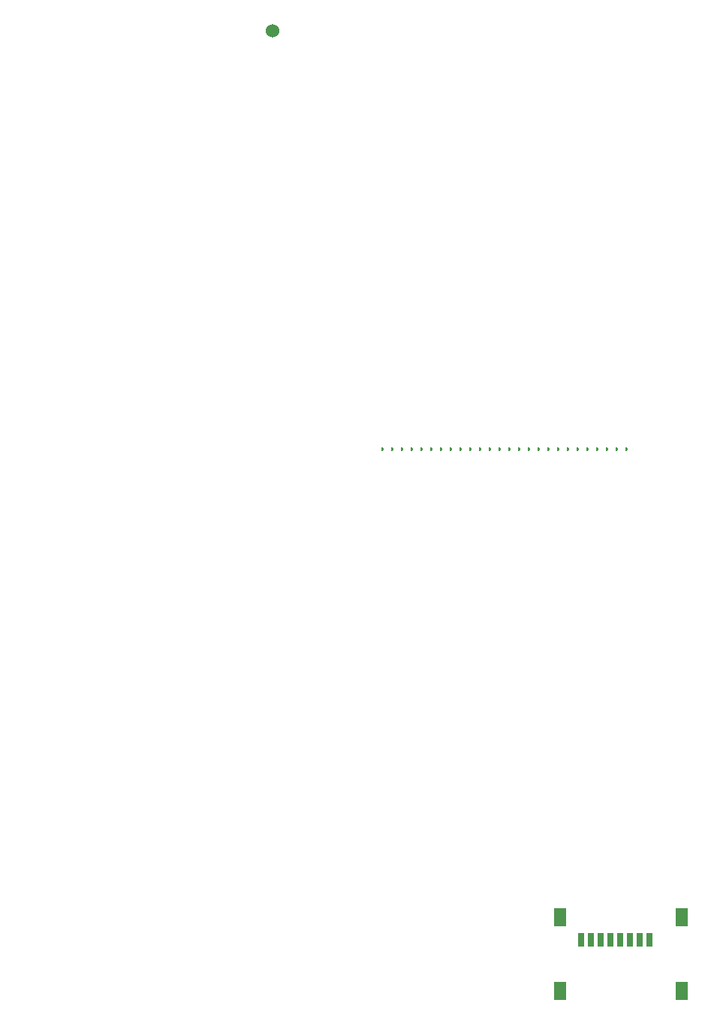
<source format=gbp>
G04 #@! TF.GenerationSoftware,KiCad,Pcbnew,(5.99.0-11247-g3f6811f413)*
G04 #@! TF.CreationDate,2021-08-17T18:14:15+03:00*
G04 #@! TF.ProjectId,hellen88bmw,68656c6c-656e-4383-9862-6d772e6b6963,rev?*
G04 #@! TF.SameCoordinates,PX3d1b110PY9269338*
G04 #@! TF.FileFunction,Paste,Bot*
G04 #@! TF.FilePolarity,Positive*
%FSLAX46Y46*%
G04 Gerber Fmt 4.6, Leading zero omitted, Abs format (unit mm)*
G04 Created by KiCad (PCBNEW (5.99.0-11247-g3f6811f413)) date 2021-08-17 18:14:15*
%MOMM*%
%LPD*%
G01*
G04 APERTURE LIST*
%ADD10C,1.524000*%
%ADD11O,0.000001X0.000001*%
%ADD12R,0.800000X1.500000*%
%ADD13R,1.450000X2.000000*%
G04 APERTURE END LIST*
D10*
G04 #@! TO.C,PP1*
X74892400Y112356400D03*
G04 #@! TD*
G04 #@! TO.C,M7*
G36*
G01*
X114671000Y65148000D02*
X114671000Y65398000D01*
G75*
G02*
X114796000Y65523000I125000J0D01*
G01*
X114796000Y65523000D01*
G75*
G02*
X114921000Y65398000I0J-125000D01*
G01*
X114921000Y65148000D01*
G75*
G02*
X114796000Y65023000I-125000J0D01*
G01*
X114796000Y65023000D01*
G75*
G02*
X114671000Y65148000I0J125000D01*
G01*
G37*
G36*
G01*
X113820996Y65398000D02*
X113820996Y65148000D01*
G75*
G02*
X113695996Y65023000I-125000J0D01*
G01*
X113695996Y65023000D01*
G75*
G02*
X113570996Y65148000I0J125000D01*
G01*
X113570996Y65398000D01*
G75*
G02*
X113695996Y65523000I125000J0D01*
G01*
X113695996Y65523000D01*
G75*
G02*
X113820996Y65398000I0J-125000D01*
G01*
G37*
G36*
G01*
X112720995Y65398000D02*
X112720995Y65148000D01*
G75*
G02*
X112595995Y65023000I-125000J0D01*
G01*
X112595995Y65023000D01*
G75*
G02*
X112470995Y65148000I0J125000D01*
G01*
X112470995Y65398000D01*
G75*
G02*
X112595995Y65523000I125000J0D01*
G01*
X112595995Y65523000D01*
G75*
G02*
X112720995Y65398000I0J-125000D01*
G01*
G37*
G36*
G01*
X111620998Y65398000D02*
X111620998Y65148000D01*
G75*
G02*
X111495998Y65023000I-125000J0D01*
G01*
X111495998Y65023000D01*
G75*
G02*
X111370998Y65148000I0J125000D01*
G01*
X111370998Y65398000D01*
G75*
G02*
X111495998Y65523000I125000J0D01*
G01*
X111495998Y65523000D01*
G75*
G02*
X111620998Y65398000I0J-125000D01*
G01*
G37*
G36*
G01*
X110521000Y65398000D02*
X110521000Y65148000D01*
G75*
G02*
X110396000Y65023000I-125000J0D01*
G01*
X110396000Y65023000D01*
G75*
G02*
X110271000Y65148000I0J125000D01*
G01*
X110271000Y65398000D01*
G75*
G02*
X110396000Y65523000I125000J0D01*
G01*
X110396000Y65523000D01*
G75*
G02*
X110521000Y65398000I0J-125000D01*
G01*
G37*
G36*
G01*
X109421002Y65398000D02*
X109421002Y65148000D01*
G75*
G02*
X109296002Y65023000I-125000J0D01*
G01*
X109296002Y65023000D01*
G75*
G02*
X109171002Y65148000I0J125000D01*
G01*
X109171002Y65398000D01*
G75*
G02*
X109296002Y65523000I125000J0D01*
G01*
X109296002Y65523000D01*
G75*
G02*
X109421002Y65398000I0J-125000D01*
G01*
G37*
G36*
G01*
X108321004Y65398000D02*
X108321004Y65148000D01*
G75*
G02*
X108196004Y65023000I-125000J0D01*
G01*
X108196004Y65023000D01*
G75*
G02*
X108071004Y65148000I0J125000D01*
G01*
X108071004Y65398000D01*
G75*
G02*
X108196004Y65523000I125000J0D01*
G01*
X108196004Y65523000D01*
G75*
G02*
X108321004Y65398000I0J-125000D01*
G01*
G37*
G36*
G01*
X107221006Y65398000D02*
X107221006Y65148000D01*
G75*
G02*
X107096006Y65023000I-125000J0D01*
G01*
X107096006Y65023000D01*
G75*
G02*
X106971006Y65148000I0J125000D01*
G01*
X106971006Y65398000D01*
G75*
G02*
X107096006Y65523000I125000J0D01*
G01*
X107096006Y65523000D01*
G75*
G02*
X107221006Y65398000I0J-125000D01*
G01*
G37*
G36*
G01*
X106121009Y65398000D02*
X106121009Y65148000D01*
G75*
G02*
X105996009Y65023000I-125000J0D01*
G01*
X105996009Y65023000D01*
G75*
G02*
X105871009Y65148000I0J125000D01*
G01*
X105871009Y65398000D01*
G75*
G02*
X105996009Y65523000I125000J0D01*
G01*
X105996009Y65523000D01*
G75*
G02*
X106121009Y65398000I0J-125000D01*
G01*
G37*
G36*
G01*
X105021011Y65398000D02*
X105021011Y65148000D01*
G75*
G02*
X104896011Y65023000I-125000J0D01*
G01*
X104896011Y65023000D01*
G75*
G02*
X104771011Y65148000I0J125000D01*
G01*
X104771011Y65398000D01*
G75*
G02*
X104896011Y65523000I125000J0D01*
G01*
X104896011Y65523000D01*
G75*
G02*
X105021011Y65398000I0J-125000D01*
G01*
G37*
G36*
G01*
X103921013Y65398000D02*
X103921013Y65148000D01*
G75*
G02*
X103796013Y65023000I-125000J0D01*
G01*
X103796013Y65023000D01*
G75*
G02*
X103671013Y65148000I0J125000D01*
G01*
X103671013Y65398000D01*
G75*
G02*
X103796013Y65523000I125000J0D01*
G01*
X103796013Y65523000D01*
G75*
G02*
X103921013Y65398000I0J-125000D01*
G01*
G37*
G36*
G01*
X102821015Y65398000D02*
X102821015Y65148000D01*
G75*
G02*
X102696015Y65023000I-125000J0D01*
G01*
X102696015Y65023000D01*
G75*
G02*
X102571015Y65148000I0J125000D01*
G01*
X102571015Y65398000D01*
G75*
G02*
X102696015Y65523000I125000J0D01*
G01*
X102696015Y65523000D01*
G75*
G02*
X102821015Y65398000I0J-125000D01*
G01*
G37*
G36*
G01*
X101721017Y65398000D02*
X101721017Y65148000D01*
G75*
G02*
X101596017Y65023000I-125000J0D01*
G01*
X101596017Y65023000D01*
G75*
G02*
X101471017Y65148000I0J125000D01*
G01*
X101471017Y65398000D01*
G75*
G02*
X101596017Y65523000I125000J0D01*
G01*
X101596017Y65523000D01*
G75*
G02*
X101721017Y65398000I0J-125000D01*
G01*
G37*
G36*
G01*
X100621020Y65398000D02*
X100621020Y65148000D01*
G75*
G02*
X100496020Y65023000I-125000J0D01*
G01*
X100496020Y65023000D01*
G75*
G02*
X100371020Y65148000I0J125000D01*
G01*
X100371020Y65398000D01*
G75*
G02*
X100496020Y65523000I125000J0D01*
G01*
X100496020Y65523000D01*
G75*
G02*
X100621020Y65398000I0J-125000D01*
G01*
G37*
G36*
G01*
X99521022Y65398000D02*
X99521022Y65148000D01*
G75*
G02*
X99396022Y65023000I-125000J0D01*
G01*
X99396022Y65023000D01*
G75*
G02*
X99271022Y65148000I0J125000D01*
G01*
X99271022Y65398000D01*
G75*
G02*
X99396022Y65523000I125000J0D01*
G01*
X99396022Y65523000D01*
G75*
G02*
X99521022Y65398000I0J-125000D01*
G01*
G37*
G36*
G01*
X98421024Y65398000D02*
X98421024Y65148000D01*
G75*
G02*
X98296024Y65023000I-125000J0D01*
G01*
X98296024Y65023000D01*
G75*
G02*
X98171024Y65148000I0J125000D01*
G01*
X98171024Y65398000D01*
G75*
G02*
X98296024Y65523000I125000J0D01*
G01*
X98296024Y65523000D01*
G75*
G02*
X98421024Y65398000I0J-125000D01*
G01*
G37*
G36*
G01*
X97321026Y65398000D02*
X97321026Y65148000D01*
G75*
G02*
X97196026Y65023000I-125000J0D01*
G01*
X97196026Y65023000D01*
G75*
G02*
X97071026Y65148000I0J125000D01*
G01*
X97071026Y65398000D01*
G75*
G02*
X97196026Y65523000I125000J0D01*
G01*
X97196026Y65523000D01*
G75*
G02*
X97321026Y65398000I0J-125000D01*
G01*
G37*
G36*
G01*
X96221028Y65398000D02*
X96221028Y65148000D01*
G75*
G02*
X96096028Y65023000I-125000J0D01*
G01*
X96096028Y65023000D01*
G75*
G02*
X95971028Y65148000I0J125000D01*
G01*
X95971028Y65398000D01*
G75*
G02*
X96096028Y65523000I125000J0D01*
G01*
X96096028Y65523000D01*
G75*
G02*
X96221028Y65398000I0J-125000D01*
G01*
G37*
G36*
G01*
X95121031Y65398000D02*
X95121031Y65148000D01*
G75*
G02*
X94996031Y65023000I-125000J0D01*
G01*
X94996031Y65023000D01*
G75*
G02*
X94871031Y65148000I0J125000D01*
G01*
X94871031Y65398000D01*
G75*
G02*
X94996031Y65523000I125000J0D01*
G01*
X94996031Y65523000D01*
G75*
G02*
X95121031Y65398000I0J-125000D01*
G01*
G37*
G36*
G01*
X94021033Y65398000D02*
X94021033Y65148000D01*
G75*
G02*
X93896033Y65023000I-125000J0D01*
G01*
X93896033Y65023000D01*
G75*
G02*
X93771033Y65148000I0J125000D01*
G01*
X93771033Y65398000D01*
G75*
G02*
X93896033Y65523000I125000J0D01*
G01*
X93896033Y65523000D01*
G75*
G02*
X94021033Y65398000I0J-125000D01*
G01*
G37*
G36*
G01*
X92921035Y65398000D02*
X92921035Y65148000D01*
G75*
G02*
X92796035Y65023000I-125000J0D01*
G01*
X92796035Y65023000D01*
G75*
G02*
X92671035Y65148000I0J125000D01*
G01*
X92671035Y65398000D01*
G75*
G02*
X92796035Y65523000I125000J0D01*
G01*
X92796035Y65523000D01*
G75*
G02*
X92921035Y65398000I0J-125000D01*
G01*
G37*
G36*
G01*
X91821037Y65398000D02*
X91821037Y65148000D01*
G75*
G02*
X91696037Y65023000I-125000J0D01*
G01*
X91696037Y65023000D01*
G75*
G02*
X91571037Y65148000I0J125000D01*
G01*
X91571037Y65398000D01*
G75*
G02*
X91696037Y65523000I125000J0D01*
G01*
X91696037Y65523000D01*
G75*
G02*
X91821037Y65398000I0J-125000D01*
G01*
G37*
G36*
G01*
X90721039Y65398000D02*
X90721039Y65148000D01*
G75*
G02*
X90596039Y65023000I-125000J0D01*
G01*
X90596039Y65023000D01*
G75*
G02*
X90471039Y65148000I0J125000D01*
G01*
X90471039Y65398000D01*
G75*
G02*
X90596039Y65523000I125000J0D01*
G01*
X90596039Y65523000D01*
G75*
G02*
X90721039Y65398000I0J-125000D01*
G01*
G37*
G36*
G01*
X89621042Y65398000D02*
X89621042Y65148000D01*
G75*
G02*
X89496042Y65023000I-125000J0D01*
G01*
X89496042Y65023000D01*
G75*
G02*
X89371042Y65148000I0J125000D01*
G01*
X89371042Y65398000D01*
G75*
G02*
X89496042Y65523000I125000J0D01*
G01*
X89496042Y65523000D01*
G75*
G02*
X89621042Y65398000I0J-125000D01*
G01*
G37*
G36*
G01*
X88521044Y65398000D02*
X88521044Y65148000D01*
G75*
G02*
X88396044Y65023000I-125000J0D01*
G01*
X88396044Y65023000D01*
G75*
G02*
X88271044Y65148000I0J125000D01*
G01*
X88271044Y65398000D01*
G75*
G02*
X88396044Y65523000I125000J0D01*
G01*
X88396044Y65523000D01*
G75*
G02*
X88521044Y65398000I0J-125000D01*
G01*
G37*
G36*
G01*
X87421046Y65398000D02*
X87421046Y65148000D01*
G75*
G02*
X87296046Y65023000I-125000J0D01*
G01*
X87296046Y65023000D01*
G75*
G02*
X87171046Y65148000I0J125000D01*
G01*
X87171046Y65398000D01*
G75*
G02*
X87296046Y65523000I125000J0D01*
G01*
X87296046Y65523000D01*
G75*
G02*
X87421046Y65398000I0J-125000D01*
G01*
G37*
G04 #@! TD*
D11*
G04 #@! TO.C,M9*
X46074449Y85273000D03*
X47049461Y85172995D03*
X47919218Y85273000D03*
X48649455Y85273000D03*
X49544218Y85273000D03*
X51619218Y85273000D03*
X52519214Y85273000D03*
X53229456Y85273000D03*
X54249457Y85173000D03*
X55424456Y85173000D03*
X56774455Y85173000D03*
X57949454Y85173000D03*
X58849455Y84242761D03*
X58849455Y83548002D03*
X58849455Y82867762D03*
X58754457Y82048000D03*
X58849455Y80742763D03*
X58754457Y79772998D03*
X58849455Y78498000D03*
X58849455Y77847998D03*
X58754457Y76647998D03*
X58754457Y75572994D03*
X58754457Y74697992D03*
X58849455Y73873000D03*
X58849455Y68022999D03*
G04 #@! TD*
D12*
G04 #@! TO.C,J3*
X117376000Y9973000D03*
X116276000Y9973000D03*
X115176000Y9973000D03*
X114076000Y9973000D03*
X112976000Y9973000D03*
X111876000Y9973000D03*
X110776000Y9973000D03*
X109676000Y9973000D03*
D13*
X107301000Y4273000D03*
X121051000Y4273000D03*
X107301000Y12573000D03*
X121051000Y12573000D03*
G04 #@! TD*
M02*

</source>
